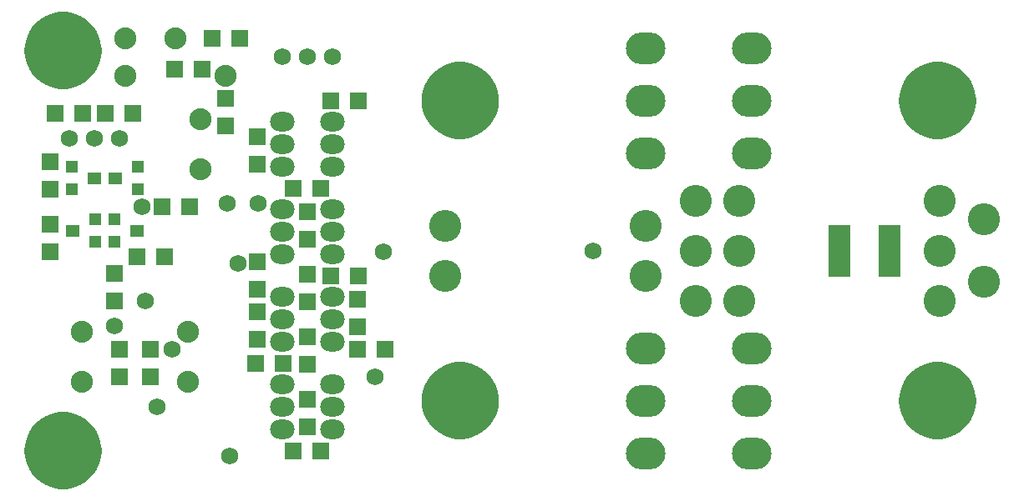
<source format=gbs>
*%FSLAX25Y25*%
*%MOIN*%
G01*
%ADD11C,0.00600*%
%ADD12C,0.00733*%
%ADD13C,0.00800*%
%ADD14C,0.01000*%
%ADD15C,0.01200*%
%ADD16C,0.01500*%
%ADD17C,0.02000*%
%ADD18C,0.02500*%
%ADD19C,0.03000*%
%ADD20C,0.03000*%
%ADD21O,0.03000X0.08000*%
%ADD22O,0.03800X0.08800*%
%ADD23C,0.04000*%
%ADD24C,0.04000*%
%ADD25C,0.05000*%
%ADD26C,0.06000*%
%ADD27C,0.06800*%
%ADD28C,0.07000*%
%ADD29C,0.08000*%
%ADD30C,0.08000*%
%ADD31C,0.08800*%
%ADD32O,0.09000X0.07000*%
%ADD33O,0.09800X0.07800*%
%ADD34C,0.10000*%
%ADD35C,0.10000*%
%ADD36C,0.12000*%
%ADD37C,0.12000*%
%ADD38C,0.12500*%
%ADD39C,0.12800*%
%ADD40O,0.15000X0.12000*%
%ADD41O,0.15800X0.12800*%
%ADD42C,0.16500*%
%ADD43C,0.25000*%
%ADD44R,0.04000X0.04000*%
%ADD45R,0.04800X0.04800*%
%ADD46R,0.05000X0.04000*%
%ADD47R,0.05800X0.04800*%
%ADD48R,0.06000X0.06000*%
%ADD49R,0.06000X0.10000*%
%ADD50R,0.06800X0.06800*%
%ADD51R,0.06800X0.10800*%
%ADD52R,0.08000X0.20000*%
%ADD53R,0.08800X0.20800*%
%ADD54R,0.10000X0.06000*%
%ADD55R,0.10000X0.10000*%
%ADD56R,0.10000X0.24000*%
%ADD57R,0.10800X0.06800*%
%ADD58R,0.10800X0.24800*%
%ADD59R,0.12000X0.06000*%
%ADD60R,0.12800X0.06800*%
%ADD61R,0.20000X0.20000*%
D27*
X905500Y877500D02*
D03*
X925500D02*
D03*
X915500D02*
D03*
X820500Y845000D02*
D03*
X840500D02*
D03*
X830500D02*
D03*
X1029500Y800000D02*
D03*
X888000Y795000D02*
D03*
X946000Y799500D02*
D03*
X849500Y817500D02*
D03*
X884500Y718000D02*
D03*
X855500Y737500D02*
D03*
X942500Y749500D02*
D03*
X896000Y819000D02*
D03*
X883500D02*
D03*
X861500Y760500D02*
D03*
X838500Y770000D02*
D03*
X851000Y780000D02*
D03*
D30*
X965100Y860000D02*
X965101D01*
X965100D02*
X965227Y858301D01*
X965607Y856640D01*
X966229Y855054D01*
X967081Y853578D01*
X968143Y852246D01*
X969392Y851087D01*
X970800Y850127D01*
X972335Y849388D01*
X973963Y848886D01*
X975648Y848632D01*
X977352D01*
X979037Y848886D01*
X980665Y849388D01*
X982200Y850127D01*
X983608Y851087D01*
X984857Y852246D01*
X985919Y853578D01*
X986771Y855054D01*
X987393Y856640D01*
X987773Y858301D01*
X987900Y860000D01*
X987901D01*
X987900D02*
X987773Y861699D01*
X987393Y863360D01*
X986771Y864946D01*
X985919Y866422D01*
X984857Y867754D01*
X983608Y868913D01*
X982200Y869873D01*
X980665Y870612D01*
X979037Y871114D01*
X977352Y871368D01*
X975648D01*
X973963Y871114D01*
X972335Y870612D01*
X970800Y869873D01*
X969392Y868913D01*
X968143Y867754D01*
X967081Y866422D01*
X966229Y864946D01*
X965607Y863360D01*
X965227Y861699D01*
X965100Y860000D01*
X972900D02*
X972901D01*
X972900D02*
X973117Y858769D01*
X973742Y857686D01*
X974700Y856882D01*
X975875Y856455D01*
X977125D01*
X978300Y856882D01*
X979258Y857686D01*
X979883Y858769D01*
X980100Y860000D01*
X980101D01*
X980100D02*
X979883Y861231D01*
X979258Y862314D01*
X978300Y863118D01*
X977125Y863545D01*
X975875D01*
X974700Y863118D01*
X973742Y862314D01*
X973117Y861231D01*
X972900Y860000D01*
X965100Y740000D02*
X965101D01*
X965100D02*
X965227Y738301D01*
X965607Y736640D01*
X966229Y735054D01*
X967081Y733578D01*
X968143Y732246D01*
X969392Y731087D01*
X970800Y730127D01*
X972335Y729388D01*
X973963Y728886D01*
X975648Y728632D01*
X977352D01*
X979037Y728886D01*
X980665Y729388D01*
X982200Y730127D01*
X983608Y731087D01*
X984857Y732246D01*
X985919Y733578D01*
X986771Y735054D01*
X987393Y736640D01*
X987773Y738301D01*
X987900Y740000D01*
X987901D01*
X987900D02*
X987773Y741699D01*
X987393Y743360D01*
X986771Y744946D01*
X985919Y746422D01*
X984857Y747754D01*
X983608Y748913D01*
X982200Y749873D01*
X980665Y750612D01*
X979037Y751114D01*
X977352Y751368D01*
X975648D01*
X973963Y751114D01*
X972335Y750612D01*
X970800Y749873D01*
X969392Y748913D01*
X968143Y747754D01*
X967081Y746422D01*
X966229Y744946D01*
X965607Y743360D01*
X965227Y741699D01*
X965100Y740000D01*
X972900D02*
X972901D01*
X972900D02*
X973117Y738769D01*
X973742Y737686D01*
X974700Y736882D01*
X975875Y736455D01*
X977125D01*
X978300Y736882D01*
X979258Y737686D01*
X979883Y738769D01*
X980100Y740000D01*
X980101D01*
X980100D02*
X979883Y741231D01*
X979258Y742314D01*
X978300Y743118D01*
X977125Y743545D01*
X975875D01*
X974700Y743118D01*
X973742Y742314D01*
X973117Y741231D01*
X972900Y740000D01*
X806600Y720000D02*
X806601D01*
X806600D02*
X806727Y718301D01*
X807106Y716640D01*
X807729Y715054D01*
X808581Y713578D01*
X809643Y712246D01*
X810892Y711087D01*
X812300Y710127D01*
X813835Y709388D01*
X815463Y708886D01*
X817148Y708632D01*
X818852D01*
X820537Y708886D01*
X822165Y709388D01*
X823700Y710127D01*
X825108Y711087D01*
X826357Y712246D01*
X827419Y713578D01*
X828271Y715054D01*
X828893Y716640D01*
X829273Y718301D01*
X829400Y720000D01*
X829401D01*
X829400D02*
X829273Y721699D01*
X828893Y723360D01*
X828271Y724946D01*
X827419Y726422D01*
X826357Y727754D01*
X825108Y728913D01*
X823700Y729873D01*
X822165Y730612D01*
X820537Y731114D01*
X818852Y731368D01*
X817148D01*
X815463Y731114D01*
X813835Y730612D01*
X812300Y729873D01*
X810892Y728913D01*
X809643Y727754D01*
X808581Y726422D01*
X807729Y724946D01*
X807106Y723360D01*
X806727Y721699D01*
X806600Y720000D01*
X814400D02*
X814401D01*
X814400D02*
X814617Y718769D01*
X815242Y717686D01*
X816200Y716882D01*
X817375Y716455D01*
X818625D01*
X819800Y716882D01*
X820758Y717686D01*
X821383Y718769D01*
X821600Y720000D01*
X821601D01*
X821600D02*
X821383Y721231D01*
X820758Y722314D01*
X819800Y723118D01*
X818625Y723545D01*
X817375D01*
X816200Y723118D01*
X815242Y722314D01*
X814617Y721231D01*
X814400Y720000D01*
X806600Y880000D02*
X806601D01*
X806600D02*
X806727Y878301D01*
X807106Y876640D01*
X807729Y875054D01*
X808581Y873578D01*
X809643Y872246D01*
X810892Y871087D01*
X812300Y870127D01*
X813835Y869388D01*
X815463Y868886D01*
X817148Y868632D01*
X818852D01*
X820537Y868886D01*
X822165Y869388D01*
X823700Y870127D01*
X825108Y871087D01*
X826357Y872246D01*
X827419Y873578D01*
X828271Y875054D01*
X828893Y876640D01*
X829273Y878301D01*
X829400Y880000D01*
X829401D01*
X829400D02*
X829273Y881699D01*
X828893Y883360D01*
X828271Y884946D01*
X827419Y886422D01*
X826357Y887754D01*
X825108Y888913D01*
X823700Y889873D01*
X822165Y890612D01*
X820537Y891114D01*
X818852Y891368D01*
X817148D01*
X815463Y891114D01*
X813835Y890612D01*
X812300Y889873D01*
X810892Y888913D01*
X809643Y887754D01*
X808581Y886422D01*
X807729Y884946D01*
X807106Y883360D01*
X806727Y881699D01*
X806600Y880000D01*
X814400D02*
X814401D01*
X814400D02*
X814617Y878769D01*
X815242Y877686D01*
X816200Y876882D01*
X817375Y876455D01*
X818625D01*
X819800Y876882D01*
X820758Y877686D01*
X821383Y878769D01*
X821600Y880000D01*
X821601D01*
X821600D02*
X821383Y881231D01*
X820758Y882314D01*
X819800Y883118D01*
X818625Y883545D01*
X817375D01*
X816200Y883118D01*
X815242Y882314D01*
X814617Y881231D01*
X814400Y880000D01*
X1155600Y860000D02*
X1155601D01*
X1155600D02*
X1155727Y858301D01*
X1156107Y856640D01*
X1156729Y855054D01*
X1157581Y853578D01*
X1158643Y852246D01*
X1159892Y851087D01*
X1161300Y850127D01*
X1162835Y849388D01*
X1164463Y848886D01*
X1166148Y848632D01*
X1167852D01*
X1169537Y848886D01*
X1171165Y849388D01*
X1172700Y850127D01*
X1174108Y851087D01*
X1175357Y852246D01*
X1176419Y853578D01*
X1177271Y855054D01*
X1177893Y856640D01*
X1178273Y858301D01*
X1178400Y860000D01*
X1178401D01*
X1178400D02*
X1178273Y861699D01*
X1177893Y863360D01*
X1177271Y864946D01*
X1176419Y866422D01*
X1175357Y867754D01*
X1174108Y868913D01*
X1172700Y869873D01*
X1171165Y870612D01*
X1169537Y871114D01*
X1167852Y871368D01*
X1166148D01*
X1164463Y871114D01*
X1162835Y870612D01*
X1161300Y869873D01*
X1159892Y868913D01*
X1158643Y867754D01*
X1157581Y866422D01*
X1156729Y864946D01*
X1156107Y863360D01*
X1155727Y861699D01*
X1155600Y860000D01*
X1163400D02*
X1163401D01*
X1163400D02*
X1163617Y858769D01*
X1164242Y857686D01*
X1165200Y856882D01*
X1166375Y856455D01*
X1167625D01*
X1168800Y856882D01*
X1169758Y857686D01*
X1170383Y858769D01*
X1170600Y860000D01*
X1170601D01*
X1170600D02*
X1170383Y861231D01*
X1169758Y862314D01*
X1168800Y863118D01*
X1167625Y863545D01*
X1166375D01*
X1165200Y863118D01*
X1164242Y862314D01*
X1163617Y861231D01*
X1163400Y860000D01*
X1155600Y740000D02*
X1155601D01*
X1155600D02*
X1155727Y738301D01*
X1156107Y736640D01*
X1156729Y735054D01*
X1157581Y733578D01*
X1158643Y732246D01*
X1159892Y731087D01*
X1161300Y730127D01*
X1162835Y729388D01*
X1164463Y728886D01*
X1166148Y728632D01*
X1167852D01*
X1169537Y728886D01*
X1171165Y729388D01*
X1172700Y730127D01*
X1174108Y731087D01*
X1175357Y732246D01*
X1176419Y733578D01*
X1177271Y735054D01*
X1177893Y736640D01*
X1178273Y738301D01*
X1178400Y740000D01*
X1178401D01*
X1178400D02*
X1178273Y741699D01*
X1177893Y743360D01*
X1177271Y744946D01*
X1176419Y746422D01*
X1175357Y747754D01*
X1174108Y748913D01*
X1172700Y749873D01*
X1171165Y750612D01*
X1169537Y751114D01*
X1167852Y751368D01*
X1166148D01*
X1164463Y751114D01*
X1162835Y750612D01*
X1161300Y749873D01*
X1159892Y748913D01*
X1158643Y747754D01*
X1157581Y746422D01*
X1156729Y744946D01*
X1156107Y743360D01*
X1155727Y741699D01*
X1155600Y740000D01*
X1163400D02*
X1163401D01*
X1163400D02*
X1163617Y738769D01*
X1164242Y737686D01*
X1165200Y736882D01*
X1166375Y736455D01*
X1167625D01*
X1168800Y736882D01*
X1169758Y737686D01*
X1170383Y738769D01*
X1170600Y740000D01*
X1170601D01*
X1170600D02*
X1170383Y741231D01*
X1169758Y742314D01*
X1168800Y743118D01*
X1167625Y743545D01*
X1166375D01*
X1165200Y743118D01*
X1164242Y742314D01*
X1163617Y741231D01*
X1163400Y740000D01*
D31*
X863000Y885000D02*
D03*
X843000D02*
D03*
X868000Y747500D02*
D03*
Y767500D02*
D03*
X873000Y832500D02*
D03*
Y852500D02*
D03*
X843000Y870000D02*
D03*
X883000D02*
D03*
X825500Y767500D02*
D03*
Y747500D02*
D03*
D33*
X925500Y851500D02*
D03*
Y842500D02*
D03*
Y833500D02*
D03*
X905500D02*
D03*
Y842500D02*
D03*
Y851500D02*
D03*
X925500Y816500D02*
D03*
Y807500D02*
D03*
Y798500D02*
D03*
Y746500D02*
D03*
Y737500D02*
D03*
Y728500D02*
D03*
X905500Y798500D02*
D03*
Y807500D02*
D03*
Y816500D02*
D03*
Y728500D02*
D03*
Y737500D02*
D03*
Y746500D02*
D03*
Y763500D02*
D03*
Y772500D02*
D03*
Y781500D02*
D03*
X925500Y763500D02*
D03*
Y772500D02*
D03*
Y781500D02*
D03*
D39*
X970500Y790000D02*
D03*
X1050500D02*
D03*
Y810000D02*
D03*
X970500D02*
D03*
X1185500Y812500D02*
D03*
X1070500Y820000D02*
D03*
Y780000D02*
D03*
X1185500Y787500D02*
D03*
X1070500Y800000D02*
D03*
X1168000D02*
D03*
X1088000D02*
D03*
Y780000D02*
D03*
X1168000D02*
D03*
Y820000D02*
D03*
X1088000D02*
D03*
D41*
X1050500Y881000D02*
D03*
Y860000D02*
D03*
Y839000D02*
D03*
Y740000D02*
D03*
Y719000D02*
D03*
Y761000D02*
D03*
X1093000Y881000D02*
D03*
Y860000D02*
D03*
Y839000D02*
D03*
Y719000D02*
D03*
Y761000D02*
D03*
Y740000D02*
D03*
D45*
X831000Y803500D02*
D03*
Y812500D02*
D03*
X838500Y803500D02*
D03*
Y812500D02*
D03*
X821500Y824500D02*
D03*
Y833500D02*
D03*
X848000D02*
D03*
Y824500D02*
D03*
D47*
X822000Y808000D02*
D03*
X847500D02*
D03*
X830500Y829000D02*
D03*
X839000D02*
D03*
D50*
X877500Y885000D02*
D03*
X888500D02*
D03*
X925000Y860000D02*
D03*
X936000D02*
D03*
X895500Y834500D02*
D03*
Y845500D02*
D03*
X910000Y825000D02*
D03*
X921000D02*
D03*
X915500Y804500D02*
D03*
Y815500D02*
D03*
Y779500D02*
D03*
Y790500D02*
D03*
Y754500D02*
D03*
Y765500D02*
D03*
X910000Y720000D02*
D03*
X921000D02*
D03*
X915500Y729500D02*
D03*
Y740500D02*
D03*
X840500Y749500D02*
D03*
Y760500D02*
D03*
X853000Y749500D02*
D03*
Y760500D02*
D03*
X838500Y791000D02*
D03*
Y780000D02*
D03*
X813000Y799500D02*
D03*
Y810500D02*
D03*
X847500Y797500D02*
D03*
X858500D02*
D03*
X868500Y817500D02*
D03*
X857500D02*
D03*
X813000Y824500D02*
D03*
Y835500D02*
D03*
X826000Y855000D02*
D03*
X815000D02*
D03*
X835000D02*
D03*
X846000D02*
D03*
X883000Y861000D02*
D03*
Y850000D02*
D03*
X862500Y872500D02*
D03*
X873500D02*
D03*
X895500Y795500D02*
D03*
Y784500D02*
D03*
Y775500D02*
D03*
Y764500D02*
D03*
X895000Y755000D02*
D03*
X906000D02*
D03*
X925000Y790000D02*
D03*
X936000D02*
D03*
X935500Y780500D02*
D03*
Y769500D02*
D03*
Y760500D02*
D03*
X946500D02*
D03*
D53*
X1148000Y800000D02*
D03*
X1128000D02*
D03*
M02*

</source>
